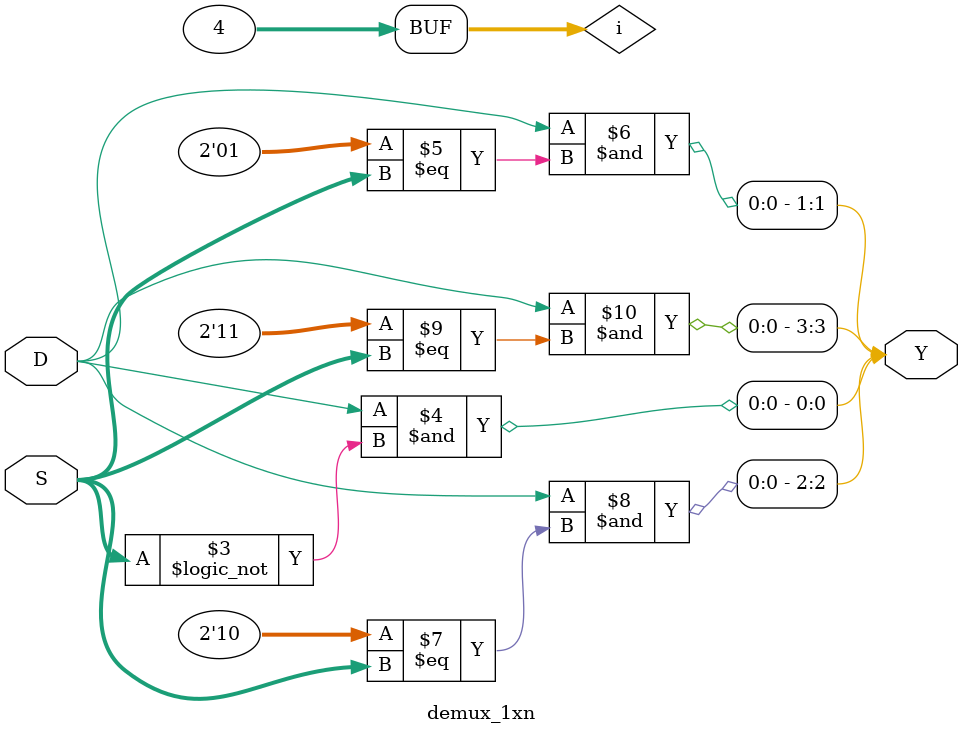
<source format=v>
/*
Program: CI Digital T2/2025
Class: Introdução à Verilog  
Class-ID: SD122
Advisor: Felipe Rocha 
Advisor-Contact: felipef.rocha@inatel.br
Institute: INATEL - Santa Rita do Sapucaí / MG  
Development: André Bezerra 
Student-Contact: andrefrbezerra@gmail.com
Task-ID: A-106
Type: Laboratory
Data: octuber, 17 2025
*/

// `timescale 1 ns / 1 ps 

module demux_1xn #(parameter N = 4)(
    input D,
    input [$clog2(N)-1:0] S, // bit de ativacao
    output reg [N-1:0] Y
);
    integer i;
    always @(*) begin
        for(i = 0; i < N; i = i + 1) begin
            Y[i] <= D & (i == S);
        end
    end
endmodule

</source>
